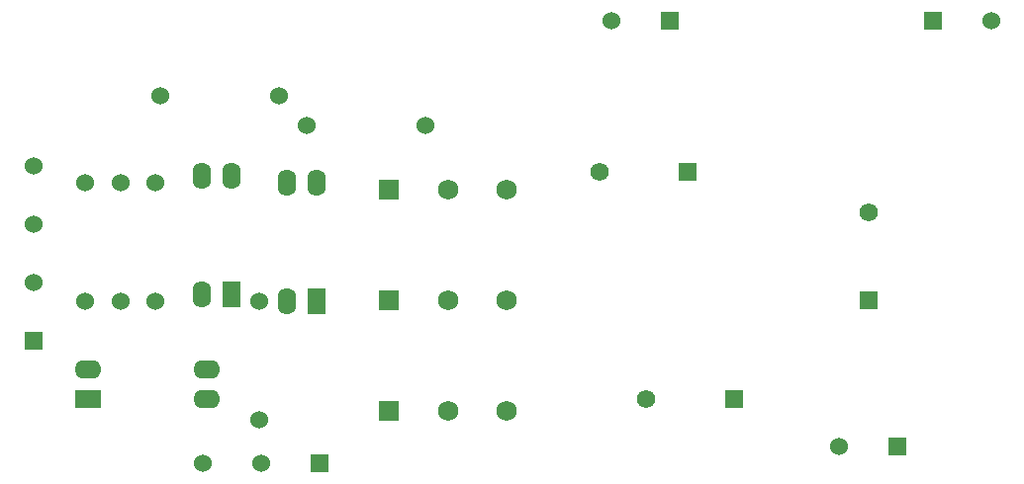
<source format=gbr>
G04 #@! TF.FileFunction,Copper,L2,Bot,Signal*
%FSLAX46Y46*%
G04 Gerber Fmt 4.6, Leading zero omitted, Abs format (unit mm)*
G04 Created by KiCad (PCBNEW 4.0.7-e1-6374~58~ubuntu14.04.1) date Mon Aug 21 22:32:21 2017*
%MOMM*%
%LPD*%
G01*
G04 APERTURE LIST*
%ADD10C,0.200000*%
%ADD11C,1.524000*%
%ADD12R,1.562100X1.562100*%
%ADD13C,1.562100*%
%ADD14R,1.524000X1.524000*%
%ADD15R,1.750000X1.750000*%
%ADD16C,1.750000*%
%ADD17R,1.574800X2.286000*%
%ADD18O,1.574800X2.286000*%
%ADD19R,2.286000X1.574800*%
%ADD20O,2.286000X1.574800*%
G04 APERTURE END LIST*
D10*
D11*
X157500000Y-152080000D03*
X157500000Y-141920000D03*
X163500000Y-152080000D03*
X163500000Y-141920000D03*
D12*
X212993000Y-160500000D03*
D13*
X205500000Y-160500000D03*
D12*
X208993000Y-141000000D03*
D13*
X201500000Y-141000000D03*
D11*
X160500000Y-141920000D03*
X160500000Y-152080000D03*
X163920000Y-134500000D03*
X174080000Y-134500000D03*
X172400000Y-152120000D03*
X172400000Y-162280000D03*
X176420000Y-137000000D03*
X186580000Y-137000000D03*
D12*
X224500000Y-151993000D03*
D13*
X224500000Y-144500000D03*
D14*
X230000000Y-128000000D03*
D11*
X235000000Y-128000000D03*
D14*
X227000000Y-164500000D03*
D11*
X222000000Y-164500000D03*
D14*
X207500000Y-128000000D03*
D11*
X202500000Y-128000000D03*
D14*
X153035000Y-155455000D03*
D11*
X153035000Y-150455000D03*
X153035000Y-145455000D03*
X153035000Y-140455000D03*
D14*
X177500000Y-166000000D03*
D11*
X172500000Y-166000000D03*
X167500000Y-166000000D03*
D15*
X183500000Y-161500000D03*
D16*
X188500000Y-161500000D03*
X193500000Y-161500000D03*
D15*
X183500000Y-142500000D03*
D16*
X188500000Y-142500000D03*
X193500000Y-142500000D03*
D15*
X183500000Y-152000000D03*
D16*
X188500000Y-152000000D03*
X193500000Y-152000000D03*
D17*
X177270000Y-152080000D03*
D18*
X174730000Y-152080000D03*
X174730000Y-141920000D03*
X177270000Y-141920000D03*
D19*
X157720000Y-160470000D03*
D20*
X157720000Y-157930000D03*
X167880000Y-157930000D03*
X167880000Y-160470000D03*
D17*
X169970000Y-151480000D03*
D18*
X167430000Y-151480000D03*
X167430000Y-141320000D03*
X169970000Y-141320000D03*
M02*

</source>
